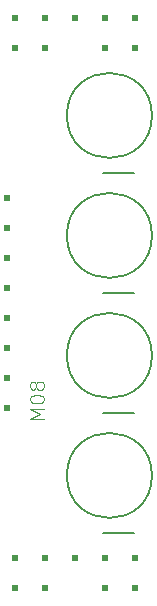
<source format=gbr>
G04 #@! TF.GenerationSoftware,KiCad,Pcbnew,(5.1.5)-3*
G04 #@! TF.CreationDate,2020-03-15T11:33:57-07:00*
G04 #@! TF.ProjectId,bbf-eurojacks_v1,6262662d-6575-4726-9f6a-61636b735f76,rev?*
G04 #@! TF.SameCoordinates,Original*
G04 #@! TF.FileFunction,Other,Fab,Top*
%FSLAX46Y46*%
G04 Gerber Fmt 4.6, Leading zero omitted, Abs format (unit mm)*
G04 Created by KiCad (PCBNEW (5.1.5)-3) date 2020-03-15 11:33:57*
%MOMM*%
%LPD*%
G04 APERTURE LIST*
%ADD10C,0.203200*%
%ADD11C,0.100000*%
%ADD12C,0.096520*%
G04 APERTURE END LIST*
D10*
G04 #@! TO.C,J4*
X155030100Y-119603600D02*
G75*
G03X155030100Y-119603600I-3600000J0D01*
G01*
X153476100Y-124503600D02*
X150876100Y-124503600D01*
G04 #@! TO.C,J3*
X155030100Y-109443600D02*
G75*
G03X155030100Y-109443600I-3600000J0D01*
G01*
X153476100Y-114343600D02*
X150876100Y-114343600D01*
G04 #@! TO.C,J2*
X155030100Y-99283600D02*
G75*
G03X155030100Y-99283600I-3600000J0D01*
G01*
X153476100Y-104183600D02*
X150876100Y-104183600D01*
G04 #@! TO.C,J1*
X155030100Y-89123600D02*
G75*
G03X155030100Y-89123600I-3600000J0D01*
G01*
X153476100Y-94023600D02*
X150876100Y-94023600D01*
D11*
G04 #@! TO.C,JP1*
G36*
X151295100Y-81122600D02*
G01*
X151295100Y-80614600D01*
X150787100Y-80614600D01*
X150787100Y-81122600D01*
X151295100Y-81122600D01*
G37*
G36*
X151295100Y-83662600D02*
G01*
X151295100Y-83154600D01*
X150787100Y-83154600D01*
X150787100Y-83662600D01*
X151295100Y-83662600D01*
G37*
G36*
X153835100Y-83662600D02*
G01*
X153835100Y-83154600D01*
X153327100Y-83154600D01*
X153327100Y-83662600D01*
X153835100Y-83662600D01*
G37*
G36*
X153835100Y-81122600D02*
G01*
X153835100Y-80614600D01*
X153327100Y-80614600D01*
X153327100Y-81122600D01*
X153835100Y-81122600D01*
G37*
G36*
X148755100Y-81122600D02*
G01*
X148755100Y-80614600D01*
X148247100Y-80614600D01*
X148247100Y-81122600D01*
X148755100Y-81122600D01*
G37*
G36*
X146215100Y-83662600D02*
G01*
X146215100Y-83154600D01*
X145707100Y-83154600D01*
X145707100Y-83662600D01*
X146215100Y-83662600D01*
G37*
G36*
X146215100Y-81122600D02*
G01*
X146215100Y-80614600D01*
X145707100Y-80614600D01*
X145707100Y-81122600D01*
X146215100Y-81122600D01*
G37*
G36*
X143675100Y-81122600D02*
G01*
X143675100Y-80614600D01*
X143167100Y-80614600D01*
X143167100Y-81122600D01*
X143675100Y-81122600D01*
G37*
G36*
X143675100Y-83662600D02*
G01*
X143675100Y-83154600D01*
X143167100Y-83154600D01*
X143167100Y-83662600D01*
X143675100Y-83662600D01*
G37*
G04 #@! TO.C,JP3*
G36*
X151295100Y-126842600D02*
G01*
X151295100Y-126334600D01*
X150787100Y-126334600D01*
X150787100Y-126842600D01*
X151295100Y-126842600D01*
G37*
G36*
X151295100Y-129382600D02*
G01*
X151295100Y-128874600D01*
X150787100Y-128874600D01*
X150787100Y-129382600D01*
X151295100Y-129382600D01*
G37*
G36*
X153835100Y-129382600D02*
G01*
X153835100Y-128874600D01*
X153327100Y-128874600D01*
X153327100Y-129382600D01*
X153835100Y-129382600D01*
G37*
G36*
X153835100Y-126842600D02*
G01*
X153835100Y-126334600D01*
X153327100Y-126334600D01*
X153327100Y-126842600D01*
X153835100Y-126842600D01*
G37*
G36*
X148755100Y-126842600D02*
G01*
X148755100Y-126334600D01*
X148247100Y-126334600D01*
X148247100Y-126842600D01*
X148755100Y-126842600D01*
G37*
G36*
X146215100Y-129382600D02*
G01*
X146215100Y-128874600D01*
X145707100Y-128874600D01*
X145707100Y-129382600D01*
X146215100Y-129382600D01*
G37*
G36*
X146215100Y-126842600D02*
G01*
X146215100Y-126334600D01*
X145707100Y-126334600D01*
X145707100Y-126842600D01*
X146215100Y-126842600D01*
G37*
G36*
X143675100Y-126842600D02*
G01*
X143675100Y-126334600D01*
X143167100Y-126334600D01*
X143167100Y-126842600D01*
X143675100Y-126842600D01*
G37*
G36*
X143675100Y-129382600D02*
G01*
X143675100Y-128874600D01*
X143167100Y-128874600D01*
X143167100Y-129382600D01*
X143675100Y-129382600D01*
G37*
G04 #@! TO.C,JP2*
G36*
X143040100Y-96362600D02*
G01*
X143040100Y-95854600D01*
X142532100Y-95854600D01*
X142532100Y-96362600D01*
X143040100Y-96362600D01*
G37*
G36*
X143040100Y-114142600D02*
G01*
X143040100Y-113634600D01*
X142532100Y-113634600D01*
X142532100Y-114142600D01*
X143040100Y-114142600D01*
G37*
G36*
X143040100Y-111602600D02*
G01*
X143040100Y-111094600D01*
X142532100Y-111094600D01*
X142532100Y-111602600D01*
X143040100Y-111602600D01*
G37*
G36*
X143040100Y-109062600D02*
G01*
X143040100Y-108554600D01*
X142532100Y-108554600D01*
X142532100Y-109062600D01*
X143040100Y-109062600D01*
G37*
G36*
X143040100Y-106522600D02*
G01*
X143040100Y-106014600D01*
X142532100Y-106014600D01*
X142532100Y-106522600D01*
X143040100Y-106522600D01*
G37*
G36*
X143040100Y-103982600D02*
G01*
X143040100Y-103474600D01*
X142532100Y-103474600D01*
X142532100Y-103982600D01*
X143040100Y-103982600D01*
G37*
G36*
X143040100Y-101442600D02*
G01*
X143040100Y-100934600D01*
X142532100Y-100934600D01*
X142532100Y-101442600D01*
X143040100Y-101442600D01*
G37*
G36*
X143040100Y-98902600D02*
G01*
X143040100Y-98394600D01*
X142532100Y-98394600D01*
X142532100Y-98902600D01*
X143040100Y-98902600D01*
G37*
G04 #@! TD*
G04 #@! TO.C,JP2*
D12*
X145903647Y-114808600D02*
X144697147Y-114808600D01*
X145558933Y-114406433D01*
X144697147Y-114004266D01*
X145903647Y-114004266D01*
X144697147Y-113199933D02*
X144697147Y-113085028D01*
X144754600Y-112970123D01*
X144812052Y-112912671D01*
X144926957Y-112855219D01*
X145156766Y-112797766D01*
X145444028Y-112797766D01*
X145673838Y-112855219D01*
X145788742Y-112912671D01*
X145846195Y-112970123D01*
X145903647Y-113085028D01*
X145903647Y-113199933D01*
X145846195Y-113314838D01*
X145788742Y-113372290D01*
X145673838Y-113429742D01*
X145444028Y-113487195D01*
X145156766Y-113487195D01*
X144926957Y-113429742D01*
X144812052Y-113372290D01*
X144754600Y-113314838D01*
X144697147Y-113199933D01*
X145214219Y-112108338D02*
X145156766Y-112223242D01*
X145099314Y-112280695D01*
X144984409Y-112338147D01*
X144926957Y-112338147D01*
X144812052Y-112280695D01*
X144754600Y-112223242D01*
X144697147Y-112108338D01*
X144697147Y-111878528D01*
X144754600Y-111763623D01*
X144812052Y-111706171D01*
X144926957Y-111648719D01*
X144984409Y-111648719D01*
X145099314Y-111706171D01*
X145156766Y-111763623D01*
X145214219Y-111878528D01*
X145214219Y-112108338D01*
X145271671Y-112223242D01*
X145329123Y-112280695D01*
X145444028Y-112338147D01*
X145673838Y-112338147D01*
X145788742Y-112280695D01*
X145846195Y-112223242D01*
X145903647Y-112108338D01*
X145903647Y-111878528D01*
X145846195Y-111763623D01*
X145788742Y-111706171D01*
X145673838Y-111648719D01*
X145444028Y-111648719D01*
X145329123Y-111706171D01*
X145271671Y-111763623D01*
X145214219Y-111878528D01*
G04 #@! TD*
M02*

</source>
